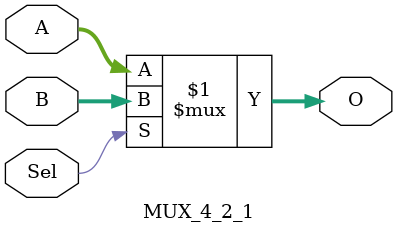
<source format=v>
`timescale 1ns / 1ps
module MUX_4_2_1(A, B, Sel, O);
	input		[3:0]	A;
	input		[3:0]	B;
	input				Sel;
	output	[3:0] O;

	assign O = Sel ? B : A;

endmodule

</source>
